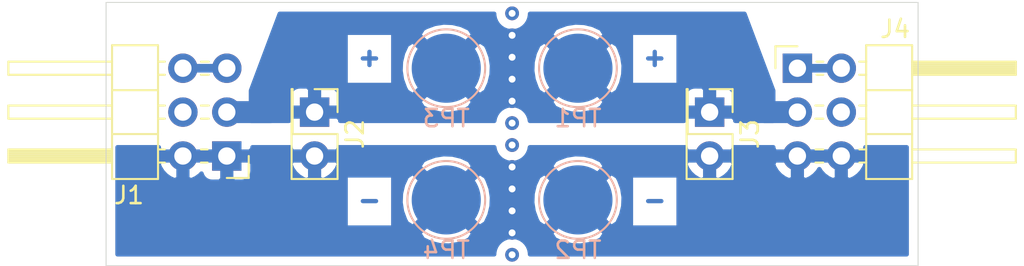
<source format=kicad_pcb>
(kicad_pcb (version 20171130) (host pcbnew "(5.1.12)-1")

  (general
    (thickness 1.6)
    (drawings 8)
    (tracks 16)
    (zones 0)
    (modules 8)
    (nets 7)
  )

  (page A4)
  (layers
    (0 F.Cu signal)
    (31 B.Cu signal)
    (32 B.Adhes user)
    (33 F.Adhes user)
    (34 B.Paste user)
    (35 F.Paste user)
    (36 B.SilkS user hide)
    (37 F.SilkS user hide)
    (38 B.Mask user)
    (39 F.Mask user)
    (40 Dwgs.User user)
    (41 Cmts.User user)
    (42 Eco1.User user)
    (43 Eco2.User user)
    (44 Edge.Cuts user)
    (45 Margin user)
    (46 B.CrtYd user hide)
    (47 F.CrtYd user hide)
    (48 B.Fab user)
    (49 F.Fab user hide)
  )

  (setup
    (last_trace_width 0.25)
    (trace_clearance 0.2)
    (zone_clearance 0.508)
    (zone_45_only no)
    (trace_min 0.2)
    (via_size 0.8)
    (via_drill 0.4)
    (via_min_size 0.4)
    (via_min_drill 0.3)
    (uvia_size 0.3)
    (uvia_drill 0.1)
    (uvias_allowed no)
    (uvia_min_size 0.2)
    (uvia_min_drill 0.1)
    (edge_width 0.05)
    (segment_width 0.2)
    (pcb_text_width 0.3)
    (pcb_text_size 1.5 1.5)
    (mod_edge_width 0.12)
    (mod_text_size 1 1)
    (mod_text_width 0.15)
    (pad_size 1.524 1.524)
    (pad_drill 0.762)
    (pad_to_mask_clearance 0)
    (aux_axis_origin 122.555 110.49)
    (visible_elements FFFFFF7F)
    (pcbplotparams
      (layerselection 0x01044_fffffffe)
      (usegerberextensions false)
      (usegerberattributes false)
      (usegerberadvancedattributes true)
      (creategerberjobfile true)
      (excludeedgelayer true)
      (linewidth 0.100000)
      (plotframeref false)
      (viasonmask false)
      (mode 1)
      (useauxorigin false)
      (hpglpennumber 1)
      (hpglpenspeed 20)
      (hpglpendiameter 15.000000)
      (psnegative false)
      (psa4output false)
      (plotreference false)
      (plotvalue false)
      (plotinvisibletext false)
      (padsonsilk false)
      (subtractmaskfromsilk false)
      (outputformat 1)
      (mirror false)
      (drillshape 0)
      (scaleselection 1)
      (outputdirectory "gerber/"))
  )

  (net 0 "")
  (net 1 GND)
  (net 2 +BATT)
  (net 3 "Net-(J4-Pad1)")
  (net 4 "Net-(J1-Pad5)")
  (net 5 "Net-(J1-Pad4)")
  (net 6 "Net-(J4-Pad4)")

  (net_class Default "This is the default net class."
    (clearance 0.2)
    (trace_width 0.25)
    (via_dia 0.8)
    (via_drill 0.4)
    (uvia_dia 0.3)
    (uvia_drill 0.1)
    (add_net +BATT)
    (add_net GND)
    (add_net "Net-(J1-Pad4)")
    (add_net "Net-(J1-Pad5)")
    (add_net "Net-(J4-Pad1)")
    (add_net "Net-(J4-Pad4)")
  )

  (module TestPoint:TestPoint_Pad_D4.0mm (layer B.Cu) (tedit 5A0F774F) (tstamp 61B2231A)
    (at 142.24 106.68)
    (descr "SMD pad as test Point, diameter 4.0mm")
    (tags "test point SMD pad")
    (path /61B21DAE)
    (attr virtual)
    (fp_text reference TP4 (at 0 2.898) (layer B.SilkS)
      (effects (font (size 1 1) (thickness 0.15)) (justify mirror))
    )
    (fp_text value Pwr (at 0 -3.1) (layer B.Fab)
      (effects (font (size 1 1) (thickness 0.15)) (justify mirror))
    )
    (fp_text user %R (at 0 2.9) (layer B.Fab)
      (effects (font (size 1 1) (thickness 0.15)) (justify mirror))
    )
    (fp_circle (center 0 0) (end 2.5 0) (layer B.CrtYd) (width 0.05))
    (fp_circle (center 0 0) (end 0 -2.25) (layer B.SilkS) (width 0.12))
    (pad 1 smd circle (at 0 0) (size 4 4) (layers B.Cu B.Mask)
      (net 1 GND))
  )

  (module TestPoint:TestPoint_Pad_D4.0mm (layer B.Cu) (tedit 5A0F774F) (tstamp 61B22312)
    (at 142.24 99.06)
    (descr "SMD pad as test Point, diameter 4.0mm")
    (tags "test point SMD pad")
    (path /61B215C0)
    (attr virtual)
    (fp_text reference TP3 (at 0 2.898) (layer B.SilkS)
      (effects (font (size 1 1) (thickness 0.15)) (justify mirror))
    )
    (fp_text value Pwr (at 0 -3.1) (layer B.Fab)
      (effects (font (size 1 1) (thickness 0.15)) (justify mirror))
    )
    (fp_text user %R (at 0 2.9) (layer B.Fab)
      (effects (font (size 1 1) (thickness 0.15)) (justify mirror))
    )
    (fp_circle (center 0 0) (end 2.5 0) (layer B.CrtYd) (width 0.05))
    (fp_circle (center 0 0) (end 0 -2.25) (layer B.SilkS) (width 0.12))
    (pad 1 smd circle (at 0 0) (size 4 4) (layers B.Cu B.Mask)
      (net 2 +BATT))
  )

  (module TestPoint:TestPoint_Pad_D4.0mm (layer B.Cu) (tedit 5A0F774F) (tstamp 61B2230A)
    (at 149.86 106.68)
    (descr "SMD pad as test Point, diameter 4.0mm")
    (tags "test point SMD pad")
    (path /61B20F31)
    (attr virtual)
    (fp_text reference TP2 (at 0 2.898) (layer B.SilkS)
      (effects (font (size 1 1) (thickness 0.15)) (justify mirror))
    )
    (fp_text value Pwr (at 0 -3.1) (layer B.Fab)
      (effects (font (size 1 1) (thickness 0.15)) (justify mirror))
    )
    (fp_text user %R (at 0 2.9) (layer B.Fab)
      (effects (font (size 1 1) (thickness 0.15)) (justify mirror))
    )
    (fp_circle (center 0 0) (end 2.5 0) (layer B.CrtYd) (width 0.05))
    (fp_circle (center 0 0) (end 0 -2.25) (layer B.SilkS) (width 0.12))
    (pad 1 smd circle (at 0 0) (size 4 4) (layers B.Cu B.Mask)
      (net 1 GND))
  )

  (module TestPoint:TestPoint_Pad_D4.0mm (layer B.Cu) (tedit 5A0F774F) (tstamp 61B22302)
    (at 149.86 99.06)
    (descr "SMD pad as test Point, diameter 4.0mm")
    (tags "test point SMD pad")
    (path /61B20578)
    (attr virtual)
    (fp_text reference TP1 (at 0 2.898) (layer B.SilkS)
      (effects (font (size 1 1) (thickness 0.15)) (justify mirror))
    )
    (fp_text value Pwr (at 0 -3.1) (layer B.Fab)
      (effects (font (size 1 1) (thickness 0.15)) (justify mirror))
    )
    (fp_text user %R (at 0 2.9) (layer B.Fab)
      (effects (font (size 1 1) (thickness 0.15)) (justify mirror))
    )
    (fp_circle (center 0 0) (end 2.5 0) (layer B.CrtYd) (width 0.05))
    (fp_circle (center 0 0) (end 0 -2.25) (layer B.SilkS) (width 0.12))
    (pad 1 smd circle (at 0 0) (size 4 4) (layers B.Cu B.Mask)
      (net 2 +BATT))
  )

  (module Connector_PinHeader_2.54mm:PinHeader_2x03_P2.54mm_Horizontal (layer F.Cu) (tedit 59FED5CB) (tstamp 61B222FA)
    (at 162.56 99.06)
    (descr "Through hole angled pin header, 2x03, 2.54mm pitch, 6mm pin length, double rows")
    (tags "Through hole angled pin header THT 2x03 2.54mm double row")
    (path /61B1CF68)
    (fp_text reference J4 (at 5.655 -2.27) (layer F.SilkS)
      (effects (font (size 1 1) (thickness 0.15)))
    )
    (fp_text value Servo (at 5.655 7.35) (layer F.Fab)
      (effects (font (size 1 1) (thickness 0.15)))
    )
    (fp_text user %R (at 5.31 2.54 90) (layer F.Fab)
      (effects (font (size 1 1) (thickness 0.15)))
    )
    (fp_line (start 4.675 -1.27) (end 6.58 -1.27) (layer F.Fab) (width 0.1))
    (fp_line (start 6.58 -1.27) (end 6.58 6.35) (layer F.Fab) (width 0.1))
    (fp_line (start 6.58 6.35) (end 4.04 6.35) (layer F.Fab) (width 0.1))
    (fp_line (start 4.04 6.35) (end 4.04 -0.635) (layer F.Fab) (width 0.1))
    (fp_line (start 4.04 -0.635) (end 4.675 -1.27) (layer F.Fab) (width 0.1))
    (fp_line (start -0.32 -0.32) (end 4.04 -0.32) (layer F.Fab) (width 0.1))
    (fp_line (start -0.32 -0.32) (end -0.32 0.32) (layer F.Fab) (width 0.1))
    (fp_line (start -0.32 0.32) (end 4.04 0.32) (layer F.Fab) (width 0.1))
    (fp_line (start 6.58 -0.32) (end 12.58 -0.32) (layer F.Fab) (width 0.1))
    (fp_line (start 12.58 -0.32) (end 12.58 0.32) (layer F.Fab) (width 0.1))
    (fp_line (start 6.58 0.32) (end 12.58 0.32) (layer F.Fab) (width 0.1))
    (fp_line (start -0.32 2.22) (end 4.04 2.22) (layer F.Fab) (width 0.1))
    (fp_line (start -0.32 2.22) (end -0.32 2.86) (layer F.Fab) (width 0.1))
    (fp_line (start -0.32 2.86) (end 4.04 2.86) (layer F.Fab) (width 0.1))
    (fp_line (start 6.58 2.22) (end 12.58 2.22) (layer F.Fab) (width 0.1))
    (fp_line (start 12.58 2.22) (end 12.58 2.86) (layer F.Fab) (width 0.1))
    (fp_line (start 6.58 2.86) (end 12.58 2.86) (layer F.Fab) (width 0.1))
    (fp_line (start -0.32 4.76) (end 4.04 4.76) (layer F.Fab) (width 0.1))
    (fp_line (start -0.32 4.76) (end -0.32 5.4) (layer F.Fab) (width 0.1))
    (fp_line (start -0.32 5.4) (end 4.04 5.4) (layer F.Fab) (width 0.1))
    (fp_line (start 6.58 4.76) (end 12.58 4.76) (layer F.Fab) (width 0.1))
    (fp_line (start 12.58 4.76) (end 12.58 5.4) (layer F.Fab) (width 0.1))
    (fp_line (start 6.58 5.4) (end 12.58 5.4) (layer F.Fab) (width 0.1))
    (fp_line (start 3.98 -1.33) (end 3.98 6.41) (layer F.SilkS) (width 0.12))
    (fp_line (start 3.98 6.41) (end 6.64 6.41) (layer F.SilkS) (width 0.12))
    (fp_line (start 6.64 6.41) (end 6.64 -1.33) (layer F.SilkS) (width 0.12))
    (fp_line (start 6.64 -1.33) (end 3.98 -1.33) (layer F.SilkS) (width 0.12))
    (fp_line (start 6.64 -0.38) (end 12.64 -0.38) (layer F.SilkS) (width 0.12))
    (fp_line (start 12.64 -0.38) (end 12.64 0.38) (layer F.SilkS) (width 0.12))
    (fp_line (start 12.64 0.38) (end 6.64 0.38) (layer F.SilkS) (width 0.12))
    (fp_line (start 6.64 -0.32) (end 12.64 -0.32) (layer F.SilkS) (width 0.12))
    (fp_line (start 6.64 -0.2) (end 12.64 -0.2) (layer F.SilkS) (width 0.12))
    (fp_line (start 6.64 -0.08) (end 12.64 -0.08) (layer F.SilkS) (width 0.12))
    (fp_line (start 6.64 0.04) (end 12.64 0.04) (layer F.SilkS) (width 0.12))
    (fp_line (start 6.64 0.16) (end 12.64 0.16) (layer F.SilkS) (width 0.12))
    (fp_line (start 6.64 0.28) (end 12.64 0.28) (layer F.SilkS) (width 0.12))
    (fp_line (start 3.582929 -0.38) (end 3.98 -0.38) (layer F.SilkS) (width 0.12))
    (fp_line (start 3.582929 0.38) (end 3.98 0.38) (layer F.SilkS) (width 0.12))
    (fp_line (start 1.11 -0.38) (end 1.497071 -0.38) (layer F.SilkS) (width 0.12))
    (fp_line (start 1.11 0.38) (end 1.497071 0.38) (layer F.SilkS) (width 0.12))
    (fp_line (start 3.98 1.27) (end 6.64 1.27) (layer F.SilkS) (width 0.12))
    (fp_line (start 6.64 2.16) (end 12.64 2.16) (layer F.SilkS) (width 0.12))
    (fp_line (start 12.64 2.16) (end 12.64 2.92) (layer F.SilkS) (width 0.12))
    (fp_line (start 12.64 2.92) (end 6.64 2.92) (layer F.SilkS) (width 0.12))
    (fp_line (start 3.582929 2.16) (end 3.98 2.16) (layer F.SilkS) (width 0.12))
    (fp_line (start 3.582929 2.92) (end 3.98 2.92) (layer F.SilkS) (width 0.12))
    (fp_line (start 1.042929 2.16) (end 1.497071 2.16) (layer F.SilkS) (width 0.12))
    (fp_line (start 1.042929 2.92) (end 1.497071 2.92) (layer F.SilkS) (width 0.12))
    (fp_line (start 3.98 3.81) (end 6.64 3.81) (layer F.SilkS) (width 0.12))
    (fp_line (start 6.64 4.7) (end 12.64 4.7) (layer F.SilkS) (width 0.12))
    (fp_line (start 12.64 4.7) (end 12.64 5.46) (layer F.SilkS) (width 0.12))
    (fp_line (start 12.64 5.46) (end 6.64 5.46) (layer F.SilkS) (width 0.12))
    (fp_line (start 3.582929 4.7) (end 3.98 4.7) (layer F.SilkS) (width 0.12))
    (fp_line (start 3.582929 5.46) (end 3.98 5.46) (layer F.SilkS) (width 0.12))
    (fp_line (start 1.042929 4.7) (end 1.497071 4.7) (layer F.SilkS) (width 0.12))
    (fp_line (start 1.042929 5.46) (end 1.497071 5.46) (layer F.SilkS) (width 0.12))
    (fp_line (start -1.27 0) (end -1.27 -1.27) (layer F.SilkS) (width 0.12))
    (fp_line (start -1.27 -1.27) (end 0 -1.27) (layer F.SilkS) (width 0.12))
    (fp_line (start -1.8 -1.8) (end -1.8 6.85) (layer F.CrtYd) (width 0.05))
    (fp_line (start -1.8 6.85) (end 13.1 6.85) (layer F.CrtYd) (width 0.05))
    (fp_line (start 13.1 6.85) (end 13.1 -1.8) (layer F.CrtYd) (width 0.05))
    (fp_line (start 13.1 -1.8) (end -1.8 -1.8) (layer F.CrtYd) (width 0.05))
    (pad 6 thru_hole oval (at 2.54 5.08) (size 1.7 1.7) (drill 1) (layers *.Cu *.Mask)
      (net 1 GND))
    (pad 5 thru_hole oval (at 0 5.08) (size 1.7 1.7) (drill 1) (layers *.Cu *.Mask)
      (net 1 GND))
    (pad 4 thru_hole oval (at 2.54 2.54) (size 1.7 1.7) (drill 1) (layers *.Cu *.Mask)
      (net 6 "Net-(J4-Pad4)"))
    (pad 3 thru_hole oval (at 0 2.54) (size 1.7 1.7) (drill 1) (layers *.Cu *.Mask)
      (net 2 +BATT))
    (pad 2 thru_hole oval (at 2.54 0) (size 1.7 1.7) (drill 1) (layers *.Cu *.Mask)
      (net 3 "Net-(J4-Pad1)"))
    (pad 1 thru_hole rect (at 0 0) (size 1.7 1.7) (drill 1) (layers *.Cu *.Mask)
      (net 3 "Net-(J4-Pad1)"))
    (model ${KISYS3DMOD}/Connector_PinHeader_2.54mm.3dshapes/PinHeader_2x03_P2.54mm_Horizontal.wrl
      (at (xyz 0 0 0))
      (scale (xyz 1 1 1))
      (rotate (xyz 0 0 0))
    )
  )

  (module Connector_PinHeader_2.54mm:PinHeader_2x01_P2.54mm_Vertical (layer F.Cu) (tedit 59FED5CC) (tstamp 61B24088)
    (at 157.48 101.6 270)
    (descr "Through hole straight pin header, 2x01, 2.54mm pitch, double rows")
    (tags "Through hole pin header THT 2x01 2.54mm double row")
    (path /61B1E0DC)
    (fp_text reference J3 (at 1.27 -2.33 90) (layer F.SilkS)
      (effects (font (size 1 1) (thickness 0.15)))
    )
    (fp_text value Pwr (at 1.27 2.33 90) (layer F.Fab)
      (effects (font (size 1 1) (thickness 0.15)))
    )
    (fp_text user %R (at 1.27 0) (layer F.Fab)
      (effects (font (size 1 1) (thickness 0.15)))
    )
    (fp_line (start 0 -1.27) (end 3.81 -1.27) (layer F.Fab) (width 0.1))
    (fp_line (start 3.81 -1.27) (end 3.81 1.27) (layer F.Fab) (width 0.1))
    (fp_line (start 3.81 1.27) (end -1.27 1.27) (layer F.Fab) (width 0.1))
    (fp_line (start -1.27 1.27) (end -1.27 0) (layer F.Fab) (width 0.1))
    (fp_line (start -1.27 0) (end 0 -1.27) (layer F.Fab) (width 0.1))
    (fp_line (start -1.33 1.33) (end 3.87 1.33) (layer F.SilkS) (width 0.12))
    (fp_line (start -1.33 1.27) (end -1.33 1.33) (layer F.SilkS) (width 0.12))
    (fp_line (start 3.87 -1.33) (end 3.87 1.33) (layer F.SilkS) (width 0.12))
    (fp_line (start -1.33 1.27) (end 1.27 1.27) (layer F.SilkS) (width 0.12))
    (fp_line (start 1.27 1.27) (end 1.27 -1.33) (layer F.SilkS) (width 0.12))
    (fp_line (start 1.27 -1.33) (end 3.87 -1.33) (layer F.SilkS) (width 0.12))
    (fp_line (start -1.33 0) (end -1.33 -1.33) (layer F.SilkS) (width 0.12))
    (fp_line (start -1.33 -1.33) (end 0 -1.33) (layer F.SilkS) (width 0.12))
    (fp_line (start -1.8 -1.8) (end -1.8 1.8) (layer F.CrtYd) (width 0.05))
    (fp_line (start -1.8 1.8) (end 4.35 1.8) (layer F.CrtYd) (width 0.05))
    (fp_line (start 4.35 1.8) (end 4.35 -1.8) (layer F.CrtYd) (width 0.05))
    (fp_line (start 4.35 -1.8) (end -1.8 -1.8) (layer F.CrtYd) (width 0.05))
    (pad 2 thru_hole oval (at 2.54 0 270) (size 1.7 1.7) (drill 1) (layers *.Cu *.Mask)
      (net 1 GND))
    (pad 1 thru_hole rect (at 0 0 270) (size 1.7 1.7) (drill 1) (layers *.Cu *.Mask)
      (net 2 +BATT))
    (model ${KISYS3DMOD}/Connector_PinHeader_2.54mm.3dshapes/PinHeader_2x01_P2.54mm_Vertical.wrl
      (at (xyz 0 0 0))
      (scale (xyz 1 1 1))
      (rotate (xyz 0 0 0))
    )
  )

  (module Connector_PinHeader_2.54mm:PinHeader_2x01_P2.54mm_Vertical (layer F.Cu) (tedit 59FED5CC) (tstamp 61B22D7E)
    (at 134.62 101.6 270)
    (descr "Through hole straight pin header, 2x01, 2.54mm pitch, double rows")
    (tags "Through hole pin header THT 2x01 2.54mm double row")
    (path /61B1D88D)
    (fp_text reference J2 (at 1.27 -2.33 90) (layer F.SilkS)
      (effects (font (size 1 1) (thickness 0.15)))
    )
    (fp_text value Pwr (at 1.27 2.33 90) (layer F.Fab)
      (effects (font (size 1 1) (thickness 0.15)))
    )
    (fp_text user %R (at 1.27 0) (layer F.Fab)
      (effects (font (size 1 1) (thickness 0.15)))
    )
    (fp_line (start 0 -1.27) (end 3.81 -1.27) (layer F.Fab) (width 0.1))
    (fp_line (start 3.81 -1.27) (end 3.81 1.27) (layer F.Fab) (width 0.1))
    (fp_line (start 3.81 1.27) (end -1.27 1.27) (layer F.Fab) (width 0.1))
    (fp_line (start -1.27 1.27) (end -1.27 0) (layer F.Fab) (width 0.1))
    (fp_line (start -1.27 0) (end 0 -1.27) (layer F.Fab) (width 0.1))
    (fp_line (start -1.33 1.33) (end 3.87 1.33) (layer F.SilkS) (width 0.12))
    (fp_line (start -1.33 1.27) (end -1.33 1.33) (layer F.SilkS) (width 0.12))
    (fp_line (start 3.87 -1.33) (end 3.87 1.33) (layer F.SilkS) (width 0.12))
    (fp_line (start -1.33 1.27) (end 1.27 1.27) (layer F.SilkS) (width 0.12))
    (fp_line (start 1.27 1.27) (end 1.27 -1.33) (layer F.SilkS) (width 0.12))
    (fp_line (start 1.27 -1.33) (end 3.87 -1.33) (layer F.SilkS) (width 0.12))
    (fp_line (start -1.33 0) (end -1.33 -1.33) (layer F.SilkS) (width 0.12))
    (fp_line (start -1.33 -1.33) (end 0 -1.33) (layer F.SilkS) (width 0.12))
    (fp_line (start -1.8 -1.8) (end -1.8 1.8) (layer F.CrtYd) (width 0.05))
    (fp_line (start -1.8 1.8) (end 4.35 1.8) (layer F.CrtYd) (width 0.05))
    (fp_line (start 4.35 1.8) (end 4.35 -1.8) (layer F.CrtYd) (width 0.05))
    (fp_line (start 4.35 -1.8) (end -1.8 -1.8) (layer F.CrtYd) (width 0.05))
    (pad 2 thru_hole oval (at 2.54 0 270) (size 1.7 1.7) (drill 1) (layers *.Cu *.Mask)
      (net 1 GND))
    (pad 1 thru_hole rect (at 0 0 270) (size 1.7 1.7) (drill 1) (layers *.Cu *.Mask)
      (net 2 +BATT))
    (model ${KISYS3DMOD}/Connector_PinHeader_2.54mm.3dshapes/PinHeader_2x01_P2.54mm_Vertical.wrl
      (at (xyz 0 0 0))
      (scale (xyz 1 1 1))
      (rotate (xyz 0 0 0))
    )
  )

  (module Connector_PinHeader_2.54mm:PinHeader_2x03_P2.54mm_Horizontal (layer F.Cu) (tedit 59FED5CB) (tstamp 61B2319C)
    (at 129.54 104.14 180)
    (descr "Through hole angled pin header, 2x03, 2.54mm pitch, 6mm pin length, double rows")
    (tags "Through hole angled pin header THT 2x03 2.54mm double row")
    (path /61B1BA04)
    (fp_text reference J1 (at 5.655 -2.27) (layer F.SilkS)
      (effects (font (size 1 1) (thickness 0.15)))
    )
    (fp_text value Servo (at 5.655 7.35) (layer F.Fab)
      (effects (font (size 1 1) (thickness 0.15)))
    )
    (fp_text user %R (at 5.31 2.54 90) (layer F.Fab)
      (effects (font (size 1 1) (thickness 0.15)))
    )
    (fp_line (start 4.675 -1.27) (end 6.58 -1.27) (layer F.Fab) (width 0.1))
    (fp_line (start 6.58 -1.27) (end 6.58 6.35) (layer F.Fab) (width 0.1))
    (fp_line (start 6.58 6.35) (end 4.04 6.35) (layer F.Fab) (width 0.1))
    (fp_line (start 4.04 6.35) (end 4.04 -0.635) (layer F.Fab) (width 0.1))
    (fp_line (start 4.04 -0.635) (end 4.675 -1.27) (layer F.Fab) (width 0.1))
    (fp_line (start -0.32 -0.32) (end 4.04 -0.32) (layer F.Fab) (width 0.1))
    (fp_line (start -0.32 -0.32) (end -0.32 0.32) (layer F.Fab) (width 0.1))
    (fp_line (start -0.32 0.32) (end 4.04 0.32) (layer F.Fab) (width 0.1))
    (fp_line (start 6.58 -0.32) (end 12.58 -0.32) (layer F.Fab) (width 0.1))
    (fp_line (start 12.58 -0.32) (end 12.58 0.32) (layer F.Fab) (width 0.1))
    (fp_line (start 6.58 0.32) (end 12.58 0.32) (layer F.Fab) (width 0.1))
    (fp_line (start -0.32 2.22) (end 4.04 2.22) (layer F.Fab) (width 0.1))
    (fp_line (start -0.32 2.22) (end -0.32 2.86) (layer F.Fab) (width 0.1))
    (fp_line (start -0.32 2.86) (end 4.04 2.86) (layer F.Fab) (width 0.1))
    (fp_line (start 6.58 2.22) (end 12.58 2.22) (layer F.Fab) (width 0.1))
    (fp_line (start 12.58 2.22) (end 12.58 2.86) (layer F.Fab) (width 0.1))
    (fp_line (start 6.58 2.86) (end 12.58 2.86) (layer F.Fab) (width 0.1))
    (fp_line (start -0.32 4.76) (end 4.04 4.76) (layer F.Fab) (width 0.1))
    (fp_line (start -0.32 4.76) (end -0.32 5.4) (layer F.Fab) (width 0.1))
    (fp_line (start -0.32 5.4) (end 4.04 5.4) (layer F.Fab) (width 0.1))
    (fp_line (start 6.58 4.76) (end 12.58 4.76) (layer F.Fab) (width 0.1))
    (fp_line (start 12.58 4.76) (end 12.58 5.4) (layer F.Fab) (width 0.1))
    (fp_line (start 6.58 5.4) (end 12.58 5.4) (layer F.Fab) (width 0.1))
    (fp_line (start 3.98 -1.33) (end 3.98 6.41) (layer F.SilkS) (width 0.12))
    (fp_line (start 3.98 6.41) (end 6.64 6.41) (layer F.SilkS) (width 0.12))
    (fp_line (start 6.64 6.41) (end 6.64 -1.33) (layer F.SilkS) (width 0.12))
    (fp_line (start 6.64 -1.33) (end 3.98 -1.33) (layer F.SilkS) (width 0.12))
    (fp_line (start 6.64 -0.38) (end 12.64 -0.38) (layer F.SilkS) (width 0.12))
    (fp_line (start 12.64 -0.38) (end 12.64 0.38) (layer F.SilkS) (width 0.12))
    (fp_line (start 12.64 0.38) (end 6.64 0.38) (layer F.SilkS) (width 0.12))
    (fp_line (start 6.64 -0.32) (end 12.64 -0.32) (layer F.SilkS) (width 0.12))
    (fp_line (start 6.64 -0.2) (end 12.64 -0.2) (layer F.SilkS) (width 0.12))
    (fp_line (start 6.64 -0.08) (end 12.64 -0.08) (layer F.SilkS) (width 0.12))
    (fp_line (start 6.64 0.04) (end 12.64 0.04) (layer F.SilkS) (width 0.12))
    (fp_line (start 6.64 0.16) (end 12.64 0.16) (layer F.SilkS) (width 0.12))
    (fp_line (start 6.64 0.28) (end 12.64 0.28) (layer F.SilkS) (width 0.12))
    (fp_line (start 3.582929 -0.38) (end 3.98 -0.38) (layer F.SilkS) (width 0.12))
    (fp_line (start 3.582929 0.38) (end 3.98 0.38) (layer F.SilkS) (width 0.12))
    (fp_line (start 1.11 -0.38) (end 1.497071 -0.38) (layer F.SilkS) (width 0.12))
    (fp_line (start 1.11 0.38) (end 1.497071 0.38) (layer F.SilkS) (width 0.12))
    (fp_line (start 3.98 1.27) (end 6.64 1.27) (layer F.SilkS) (width 0.12))
    (fp_line (start 6.64 2.16) (end 12.64 2.16) (layer F.SilkS) (width 0.12))
    (fp_line (start 12.64 2.16) (end 12.64 2.92) (layer F.SilkS) (width 0.12))
    (fp_line (start 12.64 2.92) (end 6.64 2.92) (layer F.SilkS) (width 0.12))
    (fp_line (start 3.582929 2.16) (end 3.98 2.16) (layer F.SilkS) (width 0.12))
    (fp_line (start 3.582929 2.92) (end 3.98 2.92) (layer F.SilkS) (width 0.12))
    (fp_line (start 1.042929 2.16) (end 1.497071 2.16) (layer F.SilkS) (width 0.12))
    (fp_line (start 1.042929 2.92) (end 1.497071 2.92) (layer F.SilkS) (width 0.12))
    (fp_line (start 3.98 3.81) (end 6.64 3.81) (layer F.SilkS) (width 0.12))
    (fp_line (start 6.64 4.7) (end 12.64 4.7) (layer F.SilkS) (width 0.12))
    (fp_line (start 12.64 4.7) (end 12.64 5.46) (layer F.SilkS) (width 0.12))
    (fp_line (start 12.64 5.46) (end 6.64 5.46) (layer F.SilkS) (width 0.12))
    (fp_line (start 3.582929 4.7) (end 3.98 4.7) (layer F.SilkS) (width 0.12))
    (fp_line (start 3.582929 5.46) (end 3.98 5.46) (layer F.SilkS) (width 0.12))
    (fp_line (start 1.042929 4.7) (end 1.497071 4.7) (layer F.SilkS) (width 0.12))
    (fp_line (start 1.042929 5.46) (end 1.497071 5.46) (layer F.SilkS) (width 0.12))
    (fp_line (start -1.27 0) (end -1.27 -1.27) (layer F.SilkS) (width 0.12))
    (fp_line (start -1.27 -1.27) (end 0 -1.27) (layer F.SilkS) (width 0.12))
    (fp_line (start -1.8 -1.8) (end -1.8 6.85) (layer F.CrtYd) (width 0.05))
    (fp_line (start -1.8 6.85) (end 13.1 6.85) (layer F.CrtYd) (width 0.05))
    (fp_line (start 13.1 6.85) (end 13.1 -1.8) (layer F.CrtYd) (width 0.05))
    (fp_line (start 13.1 -1.8) (end -1.8 -1.8) (layer F.CrtYd) (width 0.05))
    (pad 6 thru_hole oval (at 2.54 5.08 180) (size 1.7 1.7) (drill 1) (layers *.Cu *.Mask)
      (net 4 "Net-(J1-Pad5)"))
    (pad 5 thru_hole oval (at 0 5.08 180) (size 1.7 1.7) (drill 1) (layers *.Cu *.Mask)
      (net 4 "Net-(J1-Pad5)"))
    (pad 4 thru_hole oval (at 2.54 2.54 180) (size 1.7 1.7) (drill 1) (layers *.Cu *.Mask)
      (net 5 "Net-(J1-Pad4)"))
    (pad 3 thru_hole oval (at 0 2.54 180) (size 1.7 1.7) (drill 1) (layers *.Cu *.Mask)
      (net 2 +BATT))
    (pad 2 thru_hole oval (at 2.54 0 180) (size 1.7 1.7) (drill 1) (layers *.Cu *.Mask)
      (net 1 GND))
    (pad 1 thru_hole rect (at 0 0 180) (size 1.7 1.7) (drill 1) (layers *.Cu *.Mask)
      (net 1 GND))
    (model ${KISYS3DMOD}/Connector_PinHeader_2.54mm.3dshapes/PinHeader_2x03_P2.54mm_Horizontal.wrl
      (at (xyz 0 0 0))
      (scale (xyz 1 1 1))
      (rotate (xyz 0 0 0))
    )
  )

  (gr_text - (at 137.795 106.68) (layer B.Cu) (tstamp 61B24176)
    (effects (font (size 1 1) (thickness 0.25)) (justify mirror))
  )
  (gr_text - (at 154.305 106.68) (layer B.Cu)
    (effects (font (size 1 1) (thickness 0.25)) (justify mirror))
  )
  (gr_text + (at 137.795 98.425) (layer B.Cu) (tstamp 61B24162)
    (effects (font (size 1 1) (thickness 0.25)) (justify mirror))
  )
  (gr_text + (at 154.305 98.425) (layer B.Cu)
    (effects (font (size 1 1) (thickness 0.25)) (justify mirror))
  )
  (gr_line (start 122.555 95.25) (end 122.555 110.49) (layer Edge.Cuts) (width 0.05) (tstamp 61B23B6C))
  (gr_line (start 169.545 95.25) (end 122.555 95.25) (layer Edge.Cuts) (width 0.05))
  (gr_line (start 169.545 110.49) (end 169.545 95.25) (layer Edge.Cuts) (width 0.05))
  (gr_line (start 122.555 110.49) (end 169.545 110.49) (layer Edge.Cuts) (width 0.05))

  (via (at 146.05 95.885) (size 0.8) (drill 0.4) (layers F.Cu B.Cu) (net 0))
  (via (at 146.05 102.235) (size 0.8) (drill 0.4) (layers F.Cu B.Cu) (net 0))
  (via (at 146.05 103.505) (size 0.8) (drill 0.4) (layers F.Cu B.Cu) (net 0))
  (via (at 146.05 109.855) (size 0.8) (drill 0.4) (layers F.Cu B.Cu) (net 0))
  (via (at 146.05 104.775) (size 0.8) (drill 0.4) (layers F.Cu B.Cu) (net 1))
  (via (at 146.05 106.045) (size 0.8) (drill 0.4) (layers F.Cu B.Cu) (net 1))
  (via (at 146.05 107.315) (size 0.8) (drill 0.4) (layers F.Cu B.Cu) (net 1))
  (via (at 146.05 108.585) (size 0.8) (drill 0.4) (layers F.Cu B.Cu) (net 1))
  (segment (start 162.56 101.6) (end 160.655 101.6) (width 1.27) (layer B.Cu) (net 2))
  (segment (start 129.54 101.6) (end 132.08 101.6) (width 1.27) (layer B.Cu) (net 2))
  (via (at 146.05 97.155) (size 0.8) (drill 0.4) (layers F.Cu B.Cu) (net 2))
  (via (at 146.05 98.425) (size 0.8) (drill 0.4) (layers F.Cu B.Cu) (net 2))
  (via (at 146.05 99.695) (size 0.8) (drill 0.4) (layers F.Cu B.Cu) (net 2))
  (via (at 146.05 100.965) (size 0.8) (drill 0.4) (layers F.Cu B.Cu) (net 2))
  (segment (start 162.56 99.06) (end 165.1 99.06) (width 0.5) (layer B.Cu) (net 3))
  (segment (start 127 99.06) (end 129.54 99.06) (width 0.5) (layer B.Cu) (net 4))

  (zone (net 1) (net_name GND) (layer B.Cu) (tstamp 61B242E4) (hatch edge 0.508)
    (connect_pads (clearance 0.508))
    (min_thickness 0.254)
    (fill yes (arc_segments 32) (thermal_gap 0.508) (thermal_bridge_width 0.762))
    (polygon
      (pts
        (xy 169.545 110.49) (xy 122.555 110.49) (xy 122.555 103.505) (xy 169.545 103.505)
      )
    )
    (filled_polygon
      (pts
        (xy 125.594632 103.660245) (xy 125.6983 103.886) (xy 126.746 103.886) (xy 126.746 103.866) (xy 127.254 103.866)
        (xy 127.254 103.886) (xy 129.286 103.886) (xy 129.286 103.866) (xy 129.794 103.866) (xy 129.794 103.886)
        (xy 130.86625 103.886) (xy 131.025 103.72725) (xy 131.025669 103.632) (xy 133.227478 103.632) (xy 133.214622 103.660244)
        (xy 133.315624 103.886) (xy 134.366 103.886) (xy 134.366 103.866) (xy 134.874 103.866) (xy 134.874 103.886)
        (xy 135.924376 103.886) (xy 136.025378 103.660244) (xy 136.012522 103.632) (xy 145.019985 103.632) (xy 145.054774 103.806898)
        (xy 145.132795 103.995256) (xy 145.246063 104.164774) (xy 145.390226 104.308937) (xy 145.559744 104.422205) (xy 145.748102 104.500226)
        (xy 145.948061 104.54) (xy 146.151939 104.54) (xy 146.351898 104.500226) (xy 146.540256 104.422205) (xy 146.709774 104.308937)
        (xy 146.853937 104.164774) (xy 146.967205 103.995256) (xy 147.045226 103.806898) (xy 147.080015 103.632) (xy 156.087478 103.632)
        (xy 156.074622 103.660244) (xy 156.175624 103.886) (xy 157.226 103.886) (xy 157.226 103.866) (xy 157.734 103.866)
        (xy 157.734 103.886) (xy 158.784376 103.886) (xy 158.885378 103.660244) (xy 158.872522 103.632) (xy 161.16633 103.632)
        (xy 161.154632 103.660245) (xy 161.2583 103.886) (xy 162.306 103.886) (xy 162.306 103.866) (xy 162.814 103.866)
        (xy 162.814 103.886) (xy 164.846 103.886) (xy 164.846 103.866) (xy 165.354 103.866) (xy 165.354 103.886)
        (xy 166.4017 103.886) (xy 166.505368 103.660245) (xy 166.49367 103.632) (xy 168.885 103.632) (xy 168.885 109.83)
        (xy 147.085 109.83) (xy 147.085 109.753061) (xy 147.045226 109.553102) (xy 146.967205 109.364744) (xy 146.853937 109.195226)
        (xy 146.709774 109.051063) (xy 146.540256 108.937795) (xy 146.351898 108.859774) (xy 146.151939 108.82) (xy 145.948061 108.82)
        (xy 145.748102 108.859774) (xy 145.559744 108.937795) (xy 145.390226 109.051063) (xy 145.246063 109.195226) (xy 145.132795 109.364744)
        (xy 145.054774 109.553102) (xy 145.015 109.753061) (xy 145.015 109.83) (xy 123.215 109.83) (xy 123.215 108.610406)
        (xy 140.668804 108.610406) (xy 140.896359 108.961493) (xy 141.367275 109.179787) (xy 141.871727 109.302014) (xy 142.390334 109.323479)
        (xy 142.903162 109.243356) (xy 143.390506 109.064725) (xy 143.583641 108.961493) (xy 143.811196 108.610406) (xy 148.288804 108.610406)
        (xy 148.516359 108.961493) (xy 148.987275 109.179787) (xy 149.491727 109.302014) (xy 150.010334 109.323479) (xy 150.523162 109.243356)
        (xy 151.010506 109.064725) (xy 151.203641 108.961493) (xy 151.431196 108.610406) (xy 149.86 107.03921) (xy 148.288804 108.610406)
        (xy 143.811196 108.610406) (xy 142.24 107.03921) (xy 140.668804 108.610406) (xy 123.215 108.610406) (xy 123.215 104.619755)
        (xy 125.594632 104.619755) (xy 125.66701 104.794514) (xy 125.820312 105.041991) (xy 126.018949 105.254805) (xy 126.255287 105.424778)
        (xy 126.520244 105.545378) (xy 126.746 105.444376) (xy 126.746 104.394) (xy 127.254 104.394) (xy 127.254 105.444376)
        (xy 127.479756 105.545378) (xy 127.744713 105.424778) (xy 127.981051 105.254805) (xy 128.075922 105.153163) (xy 128.100498 105.23418)
        (xy 128.159463 105.344494) (xy 128.238815 105.441185) (xy 128.335506 105.520537) (xy 128.44582 105.579502) (xy 128.565518 105.615812)
        (xy 128.69 105.628072) (xy 129.12725 105.625) (xy 129.286 105.46625) (xy 129.286 104.394) (xy 129.794 104.394)
        (xy 129.794 105.46625) (xy 129.95275 105.625) (xy 130.39 105.628072) (xy 130.514482 105.615812) (xy 130.63418 105.579502)
        (xy 130.744494 105.520537) (xy 130.841185 105.441185) (xy 130.920537 105.344494) (xy 130.979502 105.23418) (xy 131.015812 105.114482)
        (xy 131.028072 104.99) (xy 131.025471 104.619756) (xy 133.214622 104.619756) (xy 133.335222 104.884713) (xy 133.505195 105.121051)
        (xy 133.718009 105.319688) (xy 133.965486 105.47299) (xy 134.140245 105.545368) (xy 134.366 105.4417) (xy 134.366 104.394)
        (xy 134.874 104.394) (xy 134.874 105.4417) (xy 135.099755 105.545368) (xy 135.274514 105.47299) (xy 135.521991 105.319688)
        (xy 135.58326 105.2625) (xy 136.415953 105.2625) (xy 136.415953 108.2825) (xy 139.174048 108.2825) (xy 139.174048 106.830334)
        (xy 139.596521 106.830334) (xy 139.676644 107.343162) (xy 139.855275 107.830506) (xy 139.958507 108.023641) (xy 140.309594 108.251196)
        (xy 141.88079 106.68) (xy 142.59921 106.68) (xy 144.170406 108.251196) (xy 144.521493 108.023641) (xy 144.739787 107.552725)
        (xy 144.862014 107.048273) (xy 144.871034 106.830334) (xy 147.216521 106.830334) (xy 147.296644 107.343162) (xy 147.475275 107.830506)
        (xy 147.578507 108.023641) (xy 147.929594 108.251196) (xy 149.50079 106.68) (xy 150.21921 106.68) (xy 151.790406 108.251196)
        (xy 152.141493 108.023641) (xy 152.359787 107.552725) (xy 152.482014 107.048273) (xy 152.503479 106.529666) (xy 152.423356 106.016838)
        (xy 152.244725 105.529494) (xy 152.141493 105.336359) (xy 152.027539 105.2625) (xy 152.925953 105.2625) (xy 152.925953 108.2825)
        (xy 155.684048 108.2825) (xy 155.684048 105.2625) (xy 152.925953 105.2625) (xy 152.027539 105.2625) (xy 151.790406 105.108804)
        (xy 150.21921 106.68) (xy 149.50079 106.68) (xy 147.929594 105.108804) (xy 147.578507 105.336359) (xy 147.360213 105.807275)
        (xy 147.237986 106.311727) (xy 147.216521 106.830334) (xy 144.871034 106.830334) (xy 144.883479 106.529666) (xy 144.803356 106.016838)
        (xy 144.624725 105.529494) (xy 144.521493 105.336359) (xy 144.170406 105.108804) (xy 142.59921 106.68) (xy 141.88079 106.68)
        (xy 140.309594 105.108804) (xy 139.958507 105.336359) (xy 139.740213 105.807275) (xy 139.617986 106.311727) (xy 139.596521 106.830334)
        (xy 139.174048 106.830334) (xy 139.174048 105.2625) (xy 136.415953 105.2625) (xy 135.58326 105.2625) (xy 135.734805 105.121051)
        (xy 135.904778 104.884713) (xy 135.966279 104.749594) (xy 140.668804 104.749594) (xy 142.24 106.32079) (xy 143.811196 104.749594)
        (xy 148.288804 104.749594) (xy 149.86 106.32079) (xy 151.431196 104.749594) (xy 151.347043 104.619756) (xy 156.074622 104.619756)
        (xy 156.195222 104.884713) (xy 156.365195 105.121051) (xy 156.578009 105.319688) (xy 156.825486 105.47299) (xy 157.000245 105.545368)
        (xy 157.226 105.4417) (xy 157.226 104.394) (xy 157.734 104.394) (xy 157.734 105.4417) (xy 157.959755 105.545368)
        (xy 158.134514 105.47299) (xy 158.381991 105.319688) (xy 158.594805 105.121051) (xy 158.764778 104.884713) (xy 158.885378 104.619756)
        (xy 158.885378 104.619755) (xy 161.154632 104.619755) (xy 161.22701 104.794514) (xy 161.380312 105.041991) (xy 161.578949 105.254805)
        (xy 161.815287 105.424778) (xy 162.080244 105.545378) (xy 162.306 105.444376) (xy 162.306 104.394) (xy 162.814 104.394)
        (xy 162.814 105.444376) (xy 163.039756 105.545378) (xy 163.304713 105.424778) (xy 163.541051 105.254805) (xy 163.739688 105.041991)
        (xy 163.83 104.896199) (xy 163.920312 105.041991) (xy 164.118949 105.254805) (xy 164.355287 105.424778) (xy 164.620244 105.545378)
        (xy 164.846 105.444376) (xy 164.846 104.394) (xy 165.354 104.394) (xy 165.354 105.444376) (xy 165.579756 105.545378)
        (xy 165.844713 105.424778) (xy 166.081051 105.254805) (xy 166.279688 105.041991) (xy 166.43299 104.794514) (xy 166.505368 104.619755)
        (xy 166.4017 104.394) (xy 165.354 104.394) (xy 164.846 104.394) (xy 162.814 104.394) (xy 162.306 104.394)
        (xy 161.2583 104.394) (xy 161.154632 104.619755) (xy 158.885378 104.619755) (xy 158.784376 104.394) (xy 157.734 104.394)
        (xy 157.226 104.394) (xy 156.175624 104.394) (xy 156.074622 104.619756) (xy 151.347043 104.619756) (xy 151.203641 104.398507)
        (xy 150.732725 104.180213) (xy 150.228273 104.057986) (xy 149.709666 104.036521) (xy 149.196838 104.116644) (xy 148.709494 104.295275)
        (xy 148.516359 104.398507) (xy 148.288804 104.749594) (xy 143.811196 104.749594) (xy 143.583641 104.398507) (xy 143.112725 104.180213)
        (xy 142.608273 104.057986) (xy 142.089666 104.036521) (xy 141.576838 104.116644) (xy 141.089494 104.295275) (xy 140.896359 104.398507)
        (xy 140.668804 104.749594) (xy 135.966279 104.749594) (xy 136.025378 104.619756) (xy 135.924376 104.394) (xy 134.874 104.394)
        (xy 134.366 104.394) (xy 133.315624 104.394) (xy 133.214622 104.619756) (xy 131.025471 104.619756) (xy 131.025 104.55275)
        (xy 130.86625 104.394) (xy 129.794 104.394) (xy 129.286 104.394) (xy 127.254 104.394) (xy 126.746 104.394)
        (xy 125.6983 104.394) (xy 125.594632 104.619755) (xy 123.215 104.619755) (xy 123.215 103.632) (xy 125.60633 103.632)
      )
    )
  )
  (zone (net 2) (net_name +BATT) (layer B.Cu) (tstamp 61B242E1) (hatch edge 0.508)
    (connect_pads (clearance 0.508))
    (min_thickness 0.254)
    (fill yes (arc_segments 32) (thermal_gap 0.508) (thermal_bridge_width 0.762))
    (polygon
      (pts
        (xy 161.29 100.33) (xy 161.29 102.235) (xy 130.81 102.235) (xy 130.81 100.33) (xy 132.715 95.25)
        (xy 159.385 95.25)
      )
    )
    (filled_polygon
      (pts
        (xy 145.015 95.986939) (xy 145.054774 96.186898) (xy 145.132795 96.375256) (xy 145.246063 96.544774) (xy 145.390226 96.688937)
        (xy 145.559744 96.802205) (xy 145.748102 96.880226) (xy 145.948061 96.92) (xy 146.151939 96.92) (xy 146.351898 96.880226)
        (xy 146.540256 96.802205) (xy 146.709774 96.688937) (xy 146.853937 96.544774) (xy 146.967205 96.375256) (xy 147.045226 96.186898)
        (xy 147.085 95.986939) (xy 147.085 95.91) (xy 159.496864 95.91) (xy 161.163 100.35303) (xy 161.163 101.10004)
        (xy 161.154632 101.120245) (xy 161.163 101.138468) (xy 161.163 102.061532) (xy 161.154632 102.079755) (xy 161.163 102.09996)
        (xy 161.163 102.108) (xy 158.965669 102.108) (xy 158.965 102.01275) (xy 158.80625 101.854) (xy 157.734 101.854)
        (xy 157.734 101.874) (xy 157.226 101.874) (xy 157.226 101.854) (xy 156.15375 101.854) (xy 155.995 102.01275)
        (xy 155.994331 102.108) (xy 147.080015 102.108) (xy 147.045226 101.933102) (xy 146.967205 101.744744) (xy 146.853937 101.575226)
        (xy 146.709774 101.431063) (xy 146.540256 101.317795) (xy 146.351898 101.239774) (xy 146.151939 101.2) (xy 145.948061 101.2)
        (xy 145.748102 101.239774) (xy 145.559744 101.317795) (xy 145.390226 101.431063) (xy 145.246063 101.575226) (xy 145.132795 101.744744)
        (xy 145.054774 101.933102) (xy 145.019985 102.108) (xy 136.105669 102.108) (xy 136.105 102.01275) (xy 135.94625 101.854)
        (xy 134.874 101.854) (xy 134.874 101.874) (xy 134.366 101.874) (xy 134.366 101.854) (xy 133.29375 101.854)
        (xy 133.135 102.01275) (xy 133.134331 102.108) (xy 130.937 102.108) (xy 130.937 102.09996) (xy 130.945368 102.079755)
        (xy 130.937 102.061532) (xy 130.937 101.138468) (xy 130.945368 101.120245) (xy 130.937 101.10004) (xy 130.937 100.75)
        (xy 133.131928 100.75) (xy 133.135 101.18725) (xy 133.29375 101.346) (xy 134.366 101.346) (xy 134.366 100.27375)
        (xy 134.874 100.27375) (xy 134.874 101.346) (xy 135.94625 101.346) (xy 136.105 101.18725) (xy 136.106382 100.990406)
        (xy 140.668804 100.990406) (xy 140.896359 101.341493) (xy 141.367275 101.559787) (xy 141.871727 101.682014) (xy 142.390334 101.703479)
        (xy 142.903162 101.623356) (xy 143.390506 101.444725) (xy 143.583641 101.341493) (xy 143.811196 100.990406) (xy 148.288804 100.990406)
        (xy 148.516359 101.341493) (xy 148.987275 101.559787) (xy 149.491727 101.682014) (xy 150.010334 101.703479) (xy 150.523162 101.623356)
        (xy 151.010506 101.444725) (xy 151.203641 101.341493) (xy 151.431196 100.990406) (xy 151.19079 100.75) (xy 155.991928 100.75)
        (xy 155.995 101.18725) (xy 156.15375 101.346) (xy 157.226 101.346) (xy 157.226 100.27375) (xy 157.734 100.27375)
        (xy 157.734 101.346) (xy 158.80625 101.346) (xy 158.965 101.18725) (xy 158.968072 100.75) (xy 158.955812 100.625518)
        (xy 158.919502 100.50582) (xy 158.860537 100.395506) (xy 158.781185 100.298815) (xy 158.684494 100.219463) (xy 158.57418 100.160498)
        (xy 158.454482 100.124188) (xy 158.33 100.111928) (xy 157.89275 100.115) (xy 157.734 100.27375) (xy 157.226 100.27375)
        (xy 157.06725 100.115) (xy 156.63 100.111928) (xy 156.505518 100.124188) (xy 156.38582 100.160498) (xy 156.275506 100.219463)
        (xy 156.178815 100.298815) (xy 156.099463 100.395506) (xy 156.040498 100.50582) (xy 156.004188 100.625518) (xy 155.991928 100.75)
        (xy 151.19079 100.75) (xy 149.86 99.41921) (xy 148.288804 100.990406) (xy 143.811196 100.990406) (xy 142.24 99.41921)
        (xy 140.668804 100.990406) (xy 136.106382 100.990406) (xy 136.108072 100.75) (xy 136.095812 100.625518) (xy 136.059502 100.50582)
        (xy 136.000537 100.395506) (xy 135.921185 100.298815) (xy 135.824494 100.219463) (xy 135.71418 100.160498) (xy 135.594482 100.124188)
        (xy 135.47 100.111928) (xy 135.03275 100.115) (xy 134.874 100.27375) (xy 134.366 100.27375) (xy 134.20725 100.115)
        (xy 133.77 100.111928) (xy 133.645518 100.124188) (xy 133.52582 100.160498) (xy 133.415506 100.219463) (xy 133.318815 100.298815)
        (xy 133.239463 100.395506) (xy 133.180498 100.50582) (xy 133.144188 100.625518) (xy 133.131928 100.75) (xy 130.937 100.75)
        (xy 130.937 100.35303) (xy 132.191573 97.0075) (xy 136.415953 97.0075) (xy 136.415953 100.0275) (xy 139.174048 100.0275)
        (xy 139.174048 99.210334) (xy 139.596521 99.210334) (xy 139.676644 99.723162) (xy 139.855275 100.210506) (xy 139.958507 100.403641)
        (xy 140.309594 100.631196) (xy 141.88079 99.06) (xy 142.59921 99.06) (xy 144.170406 100.631196) (xy 144.521493 100.403641)
        (xy 144.739787 99.932725) (xy 144.862014 99.428273) (xy 144.871034 99.210334) (xy 147.216521 99.210334) (xy 147.296644 99.723162)
        (xy 147.475275 100.210506) (xy 147.578507 100.403641) (xy 147.929594 100.631196) (xy 149.50079 99.06) (xy 150.21921 99.06)
        (xy 151.790406 100.631196) (xy 152.141493 100.403641) (xy 152.359787 99.932725) (xy 152.482014 99.428273) (xy 152.503479 98.909666)
        (xy 152.423356 98.396838) (xy 152.244725 97.909494) (xy 152.141493 97.716359) (xy 151.790406 97.488804) (xy 150.21921 99.06)
        (xy 149.50079 99.06) (xy 147.929594 97.488804) (xy 147.578507 97.716359) (xy 147.360213 98.187275) (xy 147.237986 98.691727)
        (xy 147.216521 99.210334) (xy 144.871034 99.210334) (xy 144.883479 98.909666) (xy 144.803356 98.396838) (xy 144.624725 97.909494)
        (xy 144.521493 97.716359) (xy 144.170406 97.488804) (xy 142.59921 99.06) (xy 141.88079 99.06) (xy 140.309594 97.488804)
        (xy 139.958507 97.716359) (xy 139.740213 98.187275) (xy 139.617986 98.691727) (xy 139.596521 99.210334) (xy 139.174048 99.210334)
        (xy 139.174048 97.129594) (xy 140.668804 97.129594) (xy 142.24 98.70079) (xy 143.811196 97.129594) (xy 148.288804 97.129594)
        (xy 149.86 98.70079) (xy 151.431196 97.129594) (xy 151.352062 97.0075) (xy 152.925953 97.0075) (xy 152.925953 100.0275)
        (xy 155.684048 100.0275) (xy 155.684048 97.0075) (xy 152.925953 97.0075) (xy 151.352062 97.0075) (xy 151.203641 96.778507)
        (xy 150.732725 96.560213) (xy 150.228273 96.437986) (xy 149.709666 96.416521) (xy 149.196838 96.496644) (xy 148.709494 96.675275)
        (xy 148.516359 96.778507) (xy 148.288804 97.129594) (xy 143.811196 97.129594) (xy 143.583641 96.778507) (xy 143.112725 96.560213)
        (xy 142.608273 96.437986) (xy 142.089666 96.416521) (xy 141.576838 96.496644) (xy 141.089494 96.675275) (xy 140.896359 96.778507)
        (xy 140.668804 97.129594) (xy 139.174048 97.129594) (xy 139.174048 97.0075) (xy 136.415953 97.0075) (xy 132.191573 97.0075)
        (xy 132.603136 95.91) (xy 145.015 95.91)
      )
    )
  )
)

</source>
